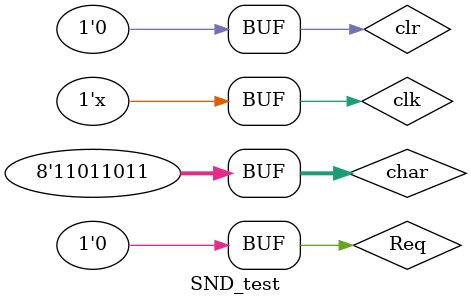
<source format=v>
`timescale 1ns / 1ps


module SND_test;

	// Inputs
	reg clk;
	reg clr;
	reg Req;
	reg [7:0] char;

	// Outputs
	wire RxD;
	wire Ack;

	// Instantiate the Unit Under Test (UUT)
	SND uut (
		.clk(clk), 
		.clr(clr), 
		.Req(Req), 
		.char(char), 
		.RxD(RxD), 
		.Ack(Ack)
	);

	initial begin
		// Initialize Inputs
		clk = 0;
		clr = 0;
		Req = 0;
		char = 8'b11011011;
		
		// Wait 100 ns for global reset to finish
		#100;
      clr = 1;
		#20
		clr = 0;
		#10
		// Add stimulus here
		Req = 1;
		#2000
		Req = 0;
	end
      
		always #10 clk = ~clk;
endmodule


</source>
